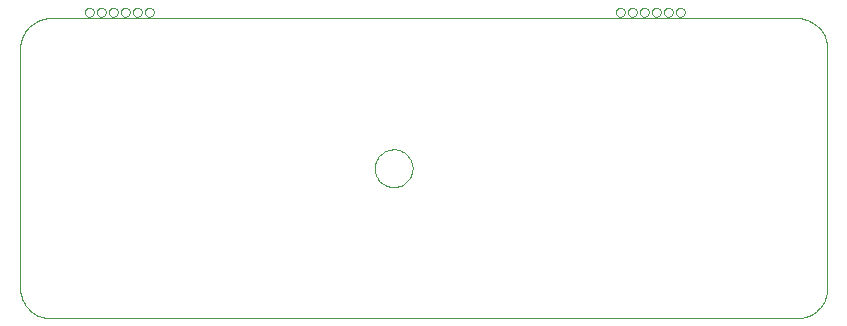
<source format=gko>
G75*
%MOIN*%
%OFA0B0*%
%FSLAX24Y24*%
%IPPOS*%
%LPD*%
%AMOC8*
5,1,8,0,0,1.08239X$1,22.5*
%
%ADD10C,0.0000*%
D10*
X008945Y004015D02*
X008945Y012015D01*
X008947Y012075D01*
X008952Y012136D01*
X008961Y012195D01*
X008974Y012254D01*
X008990Y012313D01*
X009010Y012370D01*
X009033Y012425D01*
X009060Y012480D01*
X009089Y012532D01*
X009122Y012583D01*
X009158Y012632D01*
X009196Y012678D01*
X009238Y012722D01*
X009282Y012764D01*
X009328Y012802D01*
X009377Y012838D01*
X009428Y012871D01*
X009480Y012900D01*
X009535Y012927D01*
X009590Y012950D01*
X009647Y012970D01*
X009706Y012986D01*
X009765Y012999D01*
X009824Y013008D01*
X009885Y013013D01*
X009945Y013015D01*
X034845Y013015D01*
X034905Y013013D01*
X034966Y013008D01*
X035025Y012999D01*
X035084Y012986D01*
X035143Y012970D01*
X035200Y012950D01*
X035255Y012927D01*
X035310Y012900D01*
X035362Y012871D01*
X035413Y012838D01*
X035462Y012802D01*
X035508Y012764D01*
X035552Y012722D01*
X035594Y012678D01*
X035632Y012632D01*
X035668Y012583D01*
X035701Y012532D01*
X035730Y012480D01*
X035757Y012425D01*
X035780Y012370D01*
X035800Y012313D01*
X035816Y012254D01*
X035829Y012195D01*
X035838Y012136D01*
X035843Y012075D01*
X035845Y012015D01*
X035845Y004015D01*
X035843Y003955D01*
X035838Y003894D01*
X035829Y003835D01*
X035816Y003776D01*
X035800Y003717D01*
X035780Y003660D01*
X035757Y003605D01*
X035730Y003550D01*
X035701Y003498D01*
X035668Y003447D01*
X035632Y003398D01*
X035594Y003352D01*
X035552Y003308D01*
X035508Y003266D01*
X035462Y003228D01*
X035413Y003192D01*
X035362Y003159D01*
X035310Y003130D01*
X035255Y003103D01*
X035200Y003080D01*
X035143Y003060D01*
X035084Y003044D01*
X035025Y003031D01*
X034966Y003022D01*
X034905Y003017D01*
X034845Y003015D01*
X009945Y003015D01*
X009885Y003017D01*
X009824Y003022D01*
X009765Y003031D01*
X009706Y003044D01*
X009647Y003060D01*
X009590Y003080D01*
X009535Y003103D01*
X009480Y003130D01*
X009428Y003159D01*
X009377Y003192D01*
X009328Y003228D01*
X009282Y003266D01*
X009238Y003308D01*
X009196Y003352D01*
X009158Y003398D01*
X009122Y003447D01*
X009089Y003498D01*
X009060Y003550D01*
X009033Y003605D01*
X009010Y003660D01*
X008990Y003717D01*
X008974Y003776D01*
X008961Y003835D01*
X008952Y003894D01*
X008947Y003955D01*
X008945Y004015D01*
X020765Y008015D02*
X020767Y008065D01*
X020773Y008115D01*
X020783Y008164D01*
X020797Y008212D01*
X020814Y008259D01*
X020835Y008304D01*
X020860Y008348D01*
X020888Y008389D01*
X020920Y008428D01*
X020954Y008465D01*
X020991Y008499D01*
X021031Y008529D01*
X021073Y008556D01*
X021117Y008580D01*
X021163Y008601D01*
X021210Y008617D01*
X021258Y008630D01*
X021308Y008639D01*
X021357Y008644D01*
X021408Y008645D01*
X021458Y008642D01*
X021507Y008635D01*
X021556Y008624D01*
X021604Y008609D01*
X021650Y008591D01*
X021695Y008569D01*
X021738Y008543D01*
X021779Y008514D01*
X021818Y008482D01*
X021854Y008447D01*
X021886Y008409D01*
X021916Y008369D01*
X021943Y008326D01*
X021966Y008282D01*
X021985Y008236D01*
X022001Y008188D01*
X022013Y008139D01*
X022021Y008090D01*
X022025Y008040D01*
X022025Y007990D01*
X022021Y007940D01*
X022013Y007891D01*
X022001Y007842D01*
X021985Y007794D01*
X021966Y007748D01*
X021943Y007704D01*
X021916Y007661D01*
X021886Y007621D01*
X021854Y007583D01*
X021818Y007548D01*
X021779Y007516D01*
X021738Y007487D01*
X021695Y007461D01*
X021650Y007439D01*
X021604Y007421D01*
X021556Y007406D01*
X021507Y007395D01*
X021458Y007388D01*
X021408Y007385D01*
X021357Y007386D01*
X021308Y007391D01*
X021258Y007400D01*
X021210Y007413D01*
X021163Y007429D01*
X021117Y007450D01*
X021073Y007474D01*
X021031Y007501D01*
X020991Y007531D01*
X020954Y007565D01*
X020920Y007602D01*
X020888Y007641D01*
X020860Y007682D01*
X020835Y007726D01*
X020814Y007771D01*
X020797Y007818D01*
X020783Y007866D01*
X020773Y007915D01*
X020767Y007965D01*
X020765Y008015D01*
X013095Y013215D02*
X013097Y013239D01*
X013103Y013263D01*
X013112Y013285D01*
X013125Y013305D01*
X013141Y013323D01*
X013160Y013338D01*
X013181Y013351D01*
X013203Y013359D01*
X013227Y013364D01*
X013251Y013365D01*
X013275Y013362D01*
X013298Y013355D01*
X013320Y013345D01*
X013340Y013331D01*
X013357Y013314D01*
X013372Y013295D01*
X013383Y013274D01*
X013391Y013251D01*
X013395Y013227D01*
X013395Y013203D01*
X013391Y013179D01*
X013383Y013156D01*
X013372Y013135D01*
X013357Y013116D01*
X013340Y013099D01*
X013320Y013085D01*
X013298Y013075D01*
X013275Y013068D01*
X013251Y013065D01*
X013227Y013066D01*
X013203Y013071D01*
X013181Y013079D01*
X013160Y013092D01*
X013141Y013107D01*
X013125Y013125D01*
X013112Y013145D01*
X013103Y013167D01*
X013097Y013191D01*
X013095Y013215D01*
X012695Y013215D02*
X012697Y013239D01*
X012703Y013263D01*
X012712Y013285D01*
X012725Y013305D01*
X012741Y013323D01*
X012760Y013338D01*
X012781Y013351D01*
X012803Y013359D01*
X012827Y013364D01*
X012851Y013365D01*
X012875Y013362D01*
X012898Y013355D01*
X012920Y013345D01*
X012940Y013331D01*
X012957Y013314D01*
X012972Y013295D01*
X012983Y013274D01*
X012991Y013251D01*
X012995Y013227D01*
X012995Y013203D01*
X012991Y013179D01*
X012983Y013156D01*
X012972Y013135D01*
X012957Y013116D01*
X012940Y013099D01*
X012920Y013085D01*
X012898Y013075D01*
X012875Y013068D01*
X012851Y013065D01*
X012827Y013066D01*
X012803Y013071D01*
X012781Y013079D01*
X012760Y013092D01*
X012741Y013107D01*
X012725Y013125D01*
X012712Y013145D01*
X012703Y013167D01*
X012697Y013191D01*
X012695Y013215D01*
X012295Y013215D02*
X012297Y013239D01*
X012303Y013263D01*
X012312Y013285D01*
X012325Y013305D01*
X012341Y013323D01*
X012360Y013338D01*
X012381Y013351D01*
X012403Y013359D01*
X012427Y013364D01*
X012451Y013365D01*
X012475Y013362D01*
X012498Y013355D01*
X012520Y013345D01*
X012540Y013331D01*
X012557Y013314D01*
X012572Y013295D01*
X012583Y013274D01*
X012591Y013251D01*
X012595Y013227D01*
X012595Y013203D01*
X012591Y013179D01*
X012583Y013156D01*
X012572Y013135D01*
X012557Y013116D01*
X012540Y013099D01*
X012520Y013085D01*
X012498Y013075D01*
X012475Y013068D01*
X012451Y013065D01*
X012427Y013066D01*
X012403Y013071D01*
X012381Y013079D01*
X012360Y013092D01*
X012341Y013107D01*
X012325Y013125D01*
X012312Y013145D01*
X012303Y013167D01*
X012297Y013191D01*
X012295Y013215D01*
X011895Y013215D02*
X011897Y013239D01*
X011903Y013263D01*
X011912Y013285D01*
X011925Y013305D01*
X011941Y013323D01*
X011960Y013338D01*
X011981Y013351D01*
X012003Y013359D01*
X012027Y013364D01*
X012051Y013365D01*
X012075Y013362D01*
X012098Y013355D01*
X012120Y013345D01*
X012140Y013331D01*
X012157Y013314D01*
X012172Y013295D01*
X012183Y013274D01*
X012191Y013251D01*
X012195Y013227D01*
X012195Y013203D01*
X012191Y013179D01*
X012183Y013156D01*
X012172Y013135D01*
X012157Y013116D01*
X012140Y013099D01*
X012120Y013085D01*
X012098Y013075D01*
X012075Y013068D01*
X012051Y013065D01*
X012027Y013066D01*
X012003Y013071D01*
X011981Y013079D01*
X011960Y013092D01*
X011941Y013107D01*
X011925Y013125D01*
X011912Y013145D01*
X011903Y013167D01*
X011897Y013191D01*
X011895Y013215D01*
X011495Y013215D02*
X011497Y013239D01*
X011503Y013263D01*
X011512Y013285D01*
X011525Y013305D01*
X011541Y013323D01*
X011560Y013338D01*
X011581Y013351D01*
X011603Y013359D01*
X011627Y013364D01*
X011651Y013365D01*
X011675Y013362D01*
X011698Y013355D01*
X011720Y013345D01*
X011740Y013331D01*
X011757Y013314D01*
X011772Y013295D01*
X011783Y013274D01*
X011791Y013251D01*
X011795Y013227D01*
X011795Y013203D01*
X011791Y013179D01*
X011783Y013156D01*
X011772Y013135D01*
X011757Y013116D01*
X011740Y013099D01*
X011720Y013085D01*
X011698Y013075D01*
X011675Y013068D01*
X011651Y013065D01*
X011627Y013066D01*
X011603Y013071D01*
X011581Y013079D01*
X011560Y013092D01*
X011541Y013107D01*
X011525Y013125D01*
X011512Y013145D01*
X011503Y013167D01*
X011497Y013191D01*
X011495Y013215D01*
X011095Y013215D02*
X011097Y013239D01*
X011103Y013263D01*
X011112Y013285D01*
X011125Y013305D01*
X011141Y013323D01*
X011160Y013338D01*
X011181Y013351D01*
X011203Y013359D01*
X011227Y013364D01*
X011251Y013365D01*
X011275Y013362D01*
X011298Y013355D01*
X011320Y013345D01*
X011340Y013331D01*
X011357Y013314D01*
X011372Y013295D01*
X011383Y013274D01*
X011391Y013251D01*
X011395Y013227D01*
X011395Y013203D01*
X011391Y013179D01*
X011383Y013156D01*
X011372Y013135D01*
X011357Y013116D01*
X011340Y013099D01*
X011320Y013085D01*
X011298Y013075D01*
X011275Y013068D01*
X011251Y013065D01*
X011227Y013066D01*
X011203Y013071D01*
X011181Y013079D01*
X011160Y013092D01*
X011141Y013107D01*
X011125Y013125D01*
X011112Y013145D01*
X011103Y013167D01*
X011097Y013191D01*
X011095Y013215D01*
X028795Y013215D02*
X028797Y013239D01*
X028803Y013263D01*
X028812Y013285D01*
X028825Y013305D01*
X028841Y013323D01*
X028860Y013338D01*
X028881Y013351D01*
X028903Y013359D01*
X028927Y013364D01*
X028951Y013365D01*
X028975Y013362D01*
X028998Y013355D01*
X029020Y013345D01*
X029040Y013331D01*
X029057Y013314D01*
X029072Y013295D01*
X029083Y013274D01*
X029091Y013251D01*
X029095Y013227D01*
X029095Y013203D01*
X029091Y013179D01*
X029083Y013156D01*
X029072Y013135D01*
X029057Y013116D01*
X029040Y013099D01*
X029020Y013085D01*
X028998Y013075D01*
X028975Y013068D01*
X028951Y013065D01*
X028927Y013066D01*
X028903Y013071D01*
X028881Y013079D01*
X028860Y013092D01*
X028841Y013107D01*
X028825Y013125D01*
X028812Y013145D01*
X028803Y013167D01*
X028797Y013191D01*
X028795Y013215D01*
X029195Y013215D02*
X029197Y013239D01*
X029203Y013263D01*
X029212Y013285D01*
X029225Y013305D01*
X029241Y013323D01*
X029260Y013338D01*
X029281Y013351D01*
X029303Y013359D01*
X029327Y013364D01*
X029351Y013365D01*
X029375Y013362D01*
X029398Y013355D01*
X029420Y013345D01*
X029440Y013331D01*
X029457Y013314D01*
X029472Y013295D01*
X029483Y013274D01*
X029491Y013251D01*
X029495Y013227D01*
X029495Y013203D01*
X029491Y013179D01*
X029483Y013156D01*
X029472Y013135D01*
X029457Y013116D01*
X029440Y013099D01*
X029420Y013085D01*
X029398Y013075D01*
X029375Y013068D01*
X029351Y013065D01*
X029327Y013066D01*
X029303Y013071D01*
X029281Y013079D01*
X029260Y013092D01*
X029241Y013107D01*
X029225Y013125D01*
X029212Y013145D01*
X029203Y013167D01*
X029197Y013191D01*
X029195Y013215D01*
X029595Y013215D02*
X029597Y013239D01*
X029603Y013263D01*
X029612Y013285D01*
X029625Y013305D01*
X029641Y013323D01*
X029660Y013338D01*
X029681Y013351D01*
X029703Y013359D01*
X029727Y013364D01*
X029751Y013365D01*
X029775Y013362D01*
X029798Y013355D01*
X029820Y013345D01*
X029840Y013331D01*
X029857Y013314D01*
X029872Y013295D01*
X029883Y013274D01*
X029891Y013251D01*
X029895Y013227D01*
X029895Y013203D01*
X029891Y013179D01*
X029883Y013156D01*
X029872Y013135D01*
X029857Y013116D01*
X029840Y013099D01*
X029820Y013085D01*
X029798Y013075D01*
X029775Y013068D01*
X029751Y013065D01*
X029727Y013066D01*
X029703Y013071D01*
X029681Y013079D01*
X029660Y013092D01*
X029641Y013107D01*
X029625Y013125D01*
X029612Y013145D01*
X029603Y013167D01*
X029597Y013191D01*
X029595Y013215D01*
X029995Y013215D02*
X029997Y013239D01*
X030003Y013263D01*
X030012Y013285D01*
X030025Y013305D01*
X030041Y013323D01*
X030060Y013338D01*
X030081Y013351D01*
X030103Y013359D01*
X030127Y013364D01*
X030151Y013365D01*
X030175Y013362D01*
X030198Y013355D01*
X030220Y013345D01*
X030240Y013331D01*
X030257Y013314D01*
X030272Y013295D01*
X030283Y013274D01*
X030291Y013251D01*
X030295Y013227D01*
X030295Y013203D01*
X030291Y013179D01*
X030283Y013156D01*
X030272Y013135D01*
X030257Y013116D01*
X030240Y013099D01*
X030220Y013085D01*
X030198Y013075D01*
X030175Y013068D01*
X030151Y013065D01*
X030127Y013066D01*
X030103Y013071D01*
X030081Y013079D01*
X030060Y013092D01*
X030041Y013107D01*
X030025Y013125D01*
X030012Y013145D01*
X030003Y013167D01*
X029997Y013191D01*
X029995Y013215D01*
X030395Y013215D02*
X030397Y013239D01*
X030403Y013263D01*
X030412Y013285D01*
X030425Y013305D01*
X030441Y013323D01*
X030460Y013338D01*
X030481Y013351D01*
X030503Y013359D01*
X030527Y013364D01*
X030551Y013365D01*
X030575Y013362D01*
X030598Y013355D01*
X030620Y013345D01*
X030640Y013331D01*
X030657Y013314D01*
X030672Y013295D01*
X030683Y013274D01*
X030691Y013251D01*
X030695Y013227D01*
X030695Y013203D01*
X030691Y013179D01*
X030683Y013156D01*
X030672Y013135D01*
X030657Y013116D01*
X030640Y013099D01*
X030620Y013085D01*
X030598Y013075D01*
X030575Y013068D01*
X030551Y013065D01*
X030527Y013066D01*
X030503Y013071D01*
X030481Y013079D01*
X030460Y013092D01*
X030441Y013107D01*
X030425Y013125D01*
X030412Y013145D01*
X030403Y013167D01*
X030397Y013191D01*
X030395Y013215D01*
X030795Y013215D02*
X030797Y013239D01*
X030803Y013263D01*
X030812Y013285D01*
X030825Y013305D01*
X030841Y013323D01*
X030860Y013338D01*
X030881Y013351D01*
X030903Y013359D01*
X030927Y013364D01*
X030951Y013365D01*
X030975Y013362D01*
X030998Y013355D01*
X031020Y013345D01*
X031040Y013331D01*
X031057Y013314D01*
X031072Y013295D01*
X031083Y013274D01*
X031091Y013251D01*
X031095Y013227D01*
X031095Y013203D01*
X031091Y013179D01*
X031083Y013156D01*
X031072Y013135D01*
X031057Y013116D01*
X031040Y013099D01*
X031020Y013085D01*
X030998Y013075D01*
X030975Y013068D01*
X030951Y013065D01*
X030927Y013066D01*
X030903Y013071D01*
X030881Y013079D01*
X030860Y013092D01*
X030841Y013107D01*
X030825Y013125D01*
X030812Y013145D01*
X030803Y013167D01*
X030797Y013191D01*
X030795Y013215D01*
M02*

</source>
